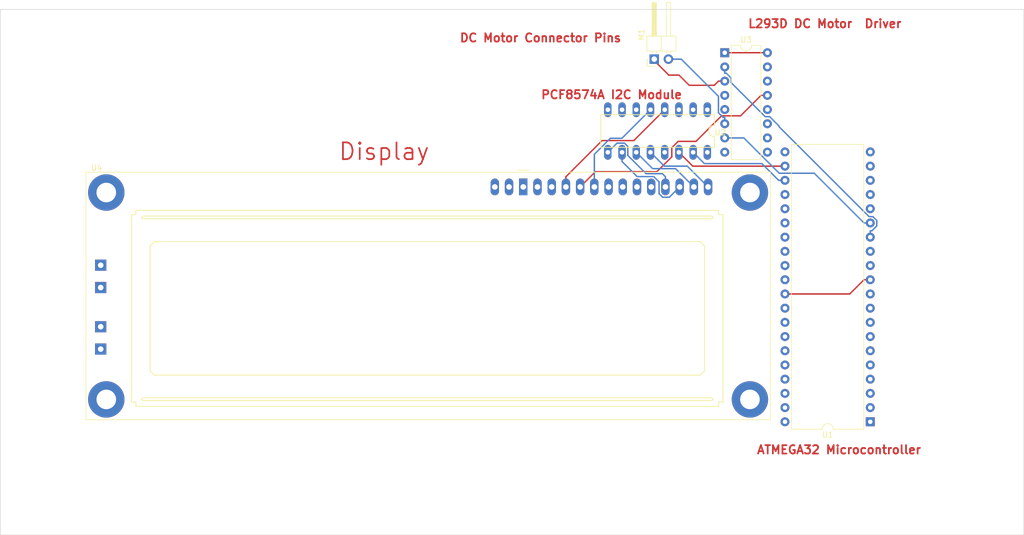
<source format=kicad_pcb>
(kicad_pcb (version 20211014) (generator pcbnew)
  (layers (0 "F.Cu" signal) (31 "B.Cu" signal) (34 "B.Paste" user) (35 "F.Paste" user) (36 "B.SilkS" user "B.Silkscreen") (37 "F.SilkS" user "F.Silkscreen") (38 "B.Mask" user) (39 "F.Mask" user) (44 "Edge.Cuts" user))
  (net 0 "")
  (net 10 "Net-(U1-Pad11)")
  (net 13 "Net-(U1-Pad14)")
  (net 20 "Net-(U1-Pad22)")
  (net 21 "Net-(U1-Pad23)")
  (net 39 "Net-(U2-Pad4)")
  (net 41 "Net-(U2-Pad5)")
  (net 42 "Net-(U2-Pad9)")
  (net 43 "Net-(U2-Pad10)")
  (net 44 "Net-(U2-Pad11)")
  (net 45 "Net-(U2-Pad12)")
  (net 48 "+5V")
  (net 51 "+12V")
  (net 56 "GND")
  (net 75 "Net-(U3-Pad7)")
  (net 76 "Net-(U3-Pad3)")
  (net 77 "Net-(U3-Pad6)")
  (footprint "Package_DIP:DIP-16_W7.62mm" (layer "F.Cu") (at 165 56)
    (fp_text reference "U3" (at 3.81 -2.33) (layer "F.SilkS"))
    (fp_text value "L293D")
    (fp_line (start 2.81 -1.33) (end 1.16 -1.33) (layer "F.SilkS") (width 0.12))
    (fp_line (start 1.16 19.11) (end 6.46 19.11) (layer "F.SilkS") (width 0.12))
    (fp_line (start 6.46 -1.33) (end 4.81 -1.33) (layer "F.SilkS") (width 0.12))
    (fp_line (start 6.46 19.11) (end 6.46 -1.33) (layer "F.SilkS") (width 0.12))
    (fp_line (start 1.16 -1.33) (end 1.16 19.11) (layer "F.SilkS") (width 0.12))
    (fp_arc (start 4.81 -1.33) (mid 3.81 -0.33) (end 2.81 -1.33) (layer "F.SilkS") (width 0.12))
    (pad "1" thru_hole rect (at 0 0) (size 1.6 1.6) (drill 0.8) (layers *.Cu *.Mask) (net 48 "+5V"))
    (pad "2" thru_hole oval (at 0 2.54) (size 1.6 1.6) (drill 0.8) (layers *.Cu *.Mask) (net 13 "Net-(U1-Pad14)"))
    (pad "3" thru_hole oval (at 0 5.08) (size 1.6 1.6) (drill 0.8) (layers *.Cu *.Mask) (net 76 "Net-(U3-Pad3)"))
    (pad "4" thru_hole oval (at 0 7.62) (size 1.6 1.6) (drill 0.8) (layers *.Cu *.Mask))
    (pad "5" thru_hole oval (at 0 10.16) (size 1.6 1.6) (drill 0.8) (layers *.Cu *.Mask))
    (pad "6" thru_hole oval (at 0 12.7) (size 1.6 1.6) (drill 0.8) (layers *.Cu *.Mask) (net 77 "Net-(U3-Pad6)"))
    (pad "7" thru_hole oval (at 0 15.24) (size 1.6 1.6) (drill 0.8) (layers *.Cu *.Mask) (net 75 "Net-(U3-Pad7)"))
    (pad "8" thru_hole oval (at 0 17.78) (size 1.6 1.6) (drill 0.8) (layers *.Cu *.Mask) (net 51 "+12V"))
    (pad "9" thru_hole oval (at 7.62 17.78) (size 1.6 1.6) (drill 0.8) (layers *.Cu *.Mask))
    (pad "10" thru_hole oval (at 7.62 15.24) (size 1.6 1.6) (drill 0.8) (layers *.Cu *.Mask))
    (pad "11" thru_hole oval (at 7.62 12.7) (size 1.6 1.6) (drill 0.8) (layers *.Cu *.Mask))
    (pad "12" thru_hole oval (at 7.62 10.16) (size 1.6 1.6) (drill 0.8) (layers *.Cu *.Mask))
    (pad "13" thru_hole oval (at 7.62 7.62) (size 1.6 1.6) (drill 0.8) (layers *.Cu *.Mask) (net 56 "GND"))
    (pad "14" thru_hole oval (at 7.62 5.08) (size 1.6 1.6) (drill 0.8) (layers *.Cu *.Mask))
    (pad "15" thru_hole oval (at 7.62 2.54) (size 1.6 1.6) (drill 0.8) (layers *.Cu *.Mask))
    (pad "16" thru_hole oval (at 7.62 0) (size 1.6 1.6) (drill 0.8) (layers *.Cu *.Mask) (net 48 "+5V"))
  )
  (footprint "Connector_PinHeader_2.54mm:PinHeader_1x02_P2.54mm_Horizontal" (layer "F.Cu") (at 152.4 57.145 90)
    (fp_text reference "M1" (at 4.385 -2.27 90) (layer "F.SilkS"))
    (fp_text value "Motor_DC")
    (fp_line (start 4.1 2.16) (end 10.1 2.16) (layer "F.SilkS") (width 0.12))
    (fp_line (start 1.042929 2.16) (end 1.44 2.16) (layer "F.SilkS") (width 0.12))
    (fp_line (start 4.1 0.04) (end 10.1 0.04) (layer "F.SilkS") (width 0.12))
    (fp_line (start 4.1 -0.08) (end 10.1 -0.08) (layer "F.SilkS") (width 0.12))
    (fp_line (start 1.042929 2.92) (end 1.44 2.92) (layer "F.SilkS") (width 0.12))
    (fp_line (start 1.44 3.87) (end 4.1 3.87) (layer "F.SilkS") (width 0.12))
    (fp_line (start 4.1 -0.38) (end 10.1 -0.38) (layer "F.SilkS") (width 0.12))
    (fp_line (start 4.1 -0.32) (end 10.1 -0.32) (layer "F.SilkS") (width 0.12))
    (fp_line (start -1.27 -1.27) (end 0 -1.27) (layer "F.SilkS") (width 0.12))
    (fp_line (start 10.1 2.16) (end 10.1 2.92) (layer "F.SilkS") (width 0.12))
    (fp_line (start 4.1 0.16) (end 10.1 0.16) (layer "F.SilkS") (width 0.12))
    (fp_line (start 1.11 0.38) (end 1.44 0.38) (layer "F.SilkS") (width 0.12))
    (fp_line (start 10.1 0.38) (end 4.1 0.38) (layer "F.SilkS") (width 0.12))
    (fp_line (start -1.27 0) (end -1.27 -1.27) (layer "F.SilkS") (width 0.12))
    (fp_line (start 4.1 -0.2) (end 10.1 -0.2) (layer "F.SilkS") (width 0.12))
    (fp_line (start 4.1 -1.33) (end 1.44 -1.33) (layer "F.SilkS") (width 0.12))
    (fp_line (start 4.1 3.87) (end 4.1 -1.33) (layer "F.SilkS") (width 0.12))
    (fp_line (start 4.1 0.28) (end 10.1 0.28) (layer "F.SilkS") (width 0.12))
    (fp_line (start 10.1 2.92) (end 4.1 2.92) (layer "F.SilkS") (width 0.12))
    (fp_line (start 1.11 -0.38) (end 1.44 -0.38) (layer "F.SilkS") (width 0.12))
    (fp_line (start 10.1 -0.38) (end 10.1 0.38) (layer "F.SilkS") (width 0.12))
    (fp_line (start 1.44 -1.33) (end 1.44 3.87) (layer "F.SilkS") (width 0.12))
    (fp_line (start 1.44 1.27) (end 4.1 1.27) (layer "F.SilkS") (width 0.12))
    (pad "1" thru_hole rect (at 0 0 90) (size 1.7 1.7) (drill 1) (layers *.Cu *.Mask) (net 76 "Net-(U3-Pad3)"))
    (pad "2" thru_hole oval (at 0 2.54 90) (size 1.7 1.7) (drill 1) (layers *.Cu *.Mask) (net 77 "Net-(U3-Pad6)"))
  )
  (footprint "Display:LCD-016N002L" (layer "F.Cu") (at 129 80)
    (fp_text reference "U4" (at -76.21 -3.41 180) (layer "F.SilkS"))
    (fp_text value "LCD-016N002L")
    (fp_line (start 32.385 32.893) (end 31.623 33.655) (layer "F.SilkS") (width 0.15))
    (fp_line (start -68.199 5.461) (end -67.945 5.715) (layer "F.SilkS") (width 0.15))
    (fp_line (start -67.945 5.715) (end 33.655 5.715) (layer "F.SilkS") (width 0.15))
    (fp_line (start 44.14 -2.64) (end -78.14 -2.64) (layer "F.SilkS") (width 0.12))
    (fp_line (start 33.655 37.719) (end -67.945 37.719) (layer "F.SilkS") (width 0.15))
    (fp_line (start -65.913 33.655) (end -66.675 32.893) (layer "F.SilkS") (width 0.15))
    (fp_line (start -67.945 37.719) (end -68.199 37.973) (layer "F.SilkS") (width 0.15))
    (fp_line (start -1 -3) (end 1 -3) (layer "F.SilkS") (width 0.12))
    (fp_line (start -78.14 41.64) (end 44.14 41.64) (layer "F.SilkS") (width 0.12))
    (fp_line (start -67.945 5.207) (end -68.199 5.461) (layer "F.SilkS") (width 0.15))
    (fp_line (start 33.909 5.461) (end 33.655 5.715) (layer "F.SilkS") (width 0.15))
    (fp_line (start 34.925 4.953) (end 35.687 4.953) (layer "F.SilkS") (width 0.15))
    (fp_line (start -69.215 4.953) (end -69.977 4.953) (layer "F.SilkS") (width 0.15))
    (fp_line (start 35.687 38.481) (end 34.925 38.481) (layer "F.SilkS") (width 0.15))
    (fp_line (start -65.913 9.779) (end 31.623 9.779) (layer "F.SilkS") (width 0.15))
    (fp_line (start 44.14 -2.64) (end 44.14 41.64) (layer "F.SilkS") (width 0.12))
    (fp_line (start -66.675 10.541) (end -65.913 9.779) (layer "F.SilkS") (width 0.15))
    (fp_line (start 33.655 5.207) (end -67.945 5.207) (layer "F.SilkS") (width 0.15))
    (fp_line (start -69.215 38.481) (end -69.977 38.481) (layer "F.SilkS") (width 0.15))
    (fp_line (start 31.623 33.655) (end -65.913 33.655) (layer "F.SilkS") (width 0.15))
    (fp_line (start 33.655 5.207) (end 33.909 5.461) (layer "F.SilkS") (width 0.15))
    (fp_line (start -68.199 37.973) (end -67.945 38.227) (layer "F.SilkS") (width 0.15))
    (fp_line (start -69.215 4.191) (end -69.215 4.953) (layer "F.SilkS") (width 0.15))
    (fp_line (start -69.977 4.953) (end -69.977 38.481) (layer "F.SilkS") (width 0.15))
    (fp_line (start 32.385 10.541) (end 32.385 32.893) (layer "F.SilkS") (width 0.15))
    (fp_line (start -78.14 -2.64) (end -78.14 41.64) (layer "F.SilkS") (width 0.12))
    (fp_line (start 31.623 9.779) (end 32.385 10.541) (layer "F.SilkS") (width 0.15))
    (fp_line (start -69.215 39.243) (end -69.215 38.481) (layer "F.SilkS") (width 0.15))
    (fp_line (start 34.925 38.481) (end 34.925 39.243) (layer "F.SilkS") (width 0.15))
    (fp_line (start 34.925 4.191) (end -69.215 4.191) (layer "F.SilkS") (width 0.15))
    (fp_line (start -66.675 32.893) (end -66.675 10.541) (layer "F.SilkS") (width 0.15))
    (fp_line (start 35.687 38.481) (end 35.687 4.953) (layer "F.SilkS") (width 0.15))
    (fp_line (start 34.925 4.191) (end 34.925 4.953) (layer "F.SilkS") (width 0.15))
    (fp_line (start -67.945 38.227) (end 33.655 38.227) (layer "F.SilkS") (width 0.15))
    (fp_line (start 33.909 37.973) (end 33.655 37.719) (layer "F.SilkS") (width 0.15))
    (fp_line (start -69.215 39.243) (end 34.925 39.243) (layer "F.SilkS") (width 0.15))
    (fp_line (start 33.655 38.227) (end 33.909 37.973) (layer "F.SilkS") (width 0.15))
    (pad "" thru_hole circle (at -74.5 1 180) (size 6.5 6.5) (drill 3.5) (layers *.Cu *.Mask))
    (pad "" thru_hole circle (at 40.5 1 180) (size 6.5 6.5) (drill 3.5) (layers *.Cu *.Mask))
    (pad "" thru_hole circle (at -74.5 38 180) (size 6.5 6.5) (drill 3.5) (layers *.Cu *.Mask))
    (pad "" thru_hole circle (at 40.5 38 180) (size 6.5 6.5) (drill 3.5) (layers *.Cu *.Mask))
    (pad "1" thru_hole rect (at 0 0 180) (size 1.5 3) (drill 1) (layers *.Cu *.Mask))
    (pad "2" thru_hole oval (at 2.54 0 180) (size 1.5 3) (drill 1) (layers *.Cu *.Mask))
    (pad "3" thru_hole oval (at 5.08 0 180) (size 1.5 3) (drill 1) (layers *.Cu *.Mask))
    (pad "4" thru_hole oval (at 7.62 0 180) (size 1.5 3) (drill 1) (layers *.Cu *.Mask) (net 39 "Net-(U2-Pad4)"))
    (pad "5" thru_hole oval (at 10.16 0 180) (size 1.5 3) (drill 1) (layers *.Cu *.Mask) (net 56 "GND"))
    (pad "6" thru_hole oval (at 12.7 0 180) (size 1.5 3) (drill 1) (layers *.Cu *.Mask) (net 41 "Net-(U2-Pad5)"))
    (pad "7" thru_hole oval (at 15.24 0 180) (size 1.5 3) (drill 1) (layers *.Cu *.Mask))
    (pad "8" thru_hole oval (at 17.78 0 180) (size 1.5 3) (drill 1) (layers *.Cu *.Mask))
    (pad "9" thru_hole oval (at 20.32 0 180) (size 1.5 3) (drill 1) (layers *.Cu *.Mask))
    (pad "10" thru_hole oval (at 22.86 0 180) (size 1.5 3) (drill 1) (layers *.Cu *.Mask))
    (pad "11" thru_hole oval (at 25.4 0 180) (size 1.5 3) (drill 1) (layers *.Cu *.Mask) (net 42 "Net-(U2-Pad9)"))
    (pad "12" thru_hole oval (at 27.94 0 180) (size 1.5 3) (drill 1) (layers *.Cu *.Mask) (net 43 "Net-(U2-Pad10)"))
    (pad "13" thru_hole oval (at 30.48 0 180) (size 1.5 3) (drill 1) (layers *.Cu *.Mask) (net 44 "Net-(U2-Pad11)"))
    (pad "14" thru_hole oval (at 33.02 0 180) (size 1.5 3) (drill 1) (layers *.Cu *.Mask) (net 45 "Net-(U2-Pad12)"))
    (pad "15" thru_hole oval (at -2.54 0 180) (size 1.5 3) (drill 1) (layers *.Cu *.Mask))
    (pad "16" thru_hole oval (at -5.08 0 180) (size 1.5 3) (drill 1) (layers *.Cu *.Mask))
    (pad "A1" thru_hole rect (at -75.5 14 180) (size 2 2) (drill 1) (layers *.Cu *.Mask))
    (pad "A2" thru_hole rect (at -75.5 25 180) (size 2 2) (drill 1) (layers *.Cu *.Mask))
    (pad "K1" thru_hole rect (at -75.5 18 180) (size 2 2) (drill 1) (layers *.Cu *.Mask))
    (pad "K2" thru_hole rect (at -75.5 29 180) (size 2 2) (drill 1) (layers *.Cu *.Mask))
  )
  (footprint "Footprints:DIL16" (layer "F.Cu") (at 153 70 180)
    (fp_text reference "U2" (at -11.18904 -0.2543) (layer "F.SilkS") (effects (font (size 1.001165 1.001165))))
    (fp_text value "PCF8574A")
    (fp_line (start -10.16 -2.921) (end -10.16 -1.016) (layer "F.SilkS") (width 0.1524))
    (fp_line (start -10.16 2.921) (end 10.16 2.921) (layer "F.SilkS") (width 0.1524))
    (fp_line (start -10.16 2.921) (end -10.16 1.016) (layer "F.SilkS") (width 0.1524))
    (fp_line (start 10.16 -2.921) (end -10.16 -2.921) (layer "F.SilkS") (width 0.1524))
    (fp_line (start 10.16 -2.921) (end 10.16 2.921) (layer "F.SilkS") (width 0.1524))
    (fp_arc (start -10.16 -1.016) (mid -9.144 0) (end -10.16 1.016) (layer "F.SilkS") (width 0.1524))
    (pad "1" thru_hole oval locked (at -8.89 3.81 180) (size 1.3208 2.6416) (drill 0.8128) (layers *.Cu *.Mask))
    (pad "2" thru_hole oval locked (at -6.35 3.81 180) (size 1.3208 2.6416) (drill 0.8128) (layers *.Cu *.Mask))
    (pad "3" thru_hole oval locked (at -3.81 3.81 180) (size 1.3208 2.6416) (drill 0.8128) (layers *.Cu *.Mask))
    (pad "4" thru_hole oval locked (at -1.27 3.81 180) (size 1.3208 2.6416) (drill 0.8128) (layers *.Cu *.Mask) (net 39 "Net-(U2-Pad4)"))
    (pad "5" thru_hole oval locked (at 1.27 3.81 180) (size 1.3208 2.6416) (drill 0.8128) (layers *.Cu *.Mask) (net 41 "Net-(U2-Pad5)"))
    (pad "6" thru_hole oval locked (at 3.81 3.81 180) (size 1.3208 2.6416) (drill 0.8128) (layers *.Cu *.Mask))
    (pad "7" thru_hole oval locked (at 6.35 3.81 180) (size 1.3208 2.6416) (drill 0.8128) (layers *.Cu *.Mask))
    (pad "8" thru_hole oval locked (at 8.89 3.81 180) (size 1.3208 2.6416) (drill 0.8128) (layers *.Cu *.Mask))
    (pad "9" thru_hole oval locked (at 8.89 -3.81 180) (size 1.3208 2.6416) (drill 0.8128) (layers *.Cu *.Mask) (net 42 "Net-(U2-Pad9)"))
    (pad "10" thru_hole oval locked (at 6.35 -3.81 180) (size 1.3208 2.6416) (drill 0.8128) (layers *.Cu *.Mask) (net 43 "Net-(U2-Pad10)"))
    (pad "11" thru_hole oval locked (at 3.81 -3.81 180) (size 1.3208 2.6416) (drill 0.8128) (layers *.Cu *.Mask) (net 44 "Net-(U2-Pad11)"))
    (pad "12" thru_hole oval locked (at 1.27 -3.81 180) (size 1.3208 2.6416) (drill 0.8128) (layers *.Cu *.Mask) (net 45 "Net-(U2-Pad12)"))
    (pad "13" thru_hole oval locked (at -1.27 -3.81 180) (size 1.3208 2.6416) (drill 0.8128) (layers *.Cu *.Mask))
    (pad "14" thru_hole oval locked (at -3.81 -3.81 180) (size 1.3208 2.6416) (drill 0.8128) (layers *.Cu *.Mask) (net 20 "Net-(U1-Pad22)"))
    (pad "15" thru_hole oval locked (at -6.35 -3.81 180) (size 1.3208 2.6416) (drill 0.8128) (layers *.Cu *.Mask) (net 21 "Net-(U1-Pad23)"))
    (pad "16" thru_hole oval locked (at -8.89 -3.81 180) (size 1.3208 2.6416) (drill 0.8128) (layers *.Cu *.Mask))
  )
  (footprint "Package_DIP:DIP-40_W15.24mm" (layer "F.Cu") (at 191 122 180)
    (fp_text reference "U1" (at 7.62 -2.33) (layer "F.SilkS"))
    (fp_text value "ATmega32L-8P")
    (fp_line (start 1.16 49.59) (end 14.08 49.59) (layer "F.SilkS") (width 0.12))
    (fp_line (start 14.08 -1.33) (end 8.62 -1.33) (layer "F.SilkS") (width 0.12))
    (fp_line (start 14.08 49.59) (end 14.08 -1.33) (layer "F.SilkS") (width 0.12))
    (fp_line (start 6.62 -1.33) (end 1.16 -1.33) (layer "F.SilkS") (width 0.12))
    (fp_line (start 1.16 -1.33) (end 1.16 49.59) (layer "F.SilkS") (width 0.12))
    (fp_arc (start 8.62 -1.33) (mid 7.62 -0.33) (end 6.62 -1.33) (layer "F.SilkS") (width 0.12))
    (pad "1" thru_hole rect (at 0 0 180) (size 1.6 1.6) (drill 0.8) (layers *.Cu *.Mask))
    (pad "2" thru_hole oval (at 0 2.54 180) (size 1.6 1.6) (drill 0.8) (layers *.Cu *.Mask))
    (pad "3" thru_hole oval (at 0 5.08 180) (size 1.6 1.6) (drill 0.8) (layers *.Cu *.Mask))
    (pad "4" thru_hole oval (at 0 7.62 180) (size 1.6 1.6) (drill 0.8) (layers *.Cu *.Mask))
    (pad "5" thru_hole oval (at 0 10.16 180) (size 1.6 1.6) (drill 0.8) (layers *.Cu *.Mask))
    (pad "6" thru_hole oval (at 0 12.7 180) (size 1.6 1.6) (drill 0.8) (layers *.Cu *.Mask))
    (pad "7" thru_hole oval (at 0 15.24 180) (size 1.6 1.6) (drill 0.8) (layers *.Cu *.Mask))
    (pad "8" thru_hole oval (at 0 17.78 180) (size 1.6 1.6) (drill 0.8) (layers *.Cu *.Mask))
    (pad "9" thru_hole oval (at 0 20.32 180) (size 1.6 1.6) (drill 0.8) (layers *.Cu *.Mask))
    (pad "10" thru_hole oval (at 0 22.86 180) (size 1.6 1.6) (drill 0.8) (layers *.Cu *.Mask))
    (pad "11" thru_hole oval (at 0 25.4 180) (size 1.6 1.6) (drill 0.8) (layers *.Cu *.Mask) (net 10 "Net-(U1-Pad11)"))
    (pad "12" thru_hole oval (at 0 27.94 180) (size 1.6 1.6) (drill 0.8) (layers *.Cu *.Mask))
    (pad "13" thru_hole oval (at 0 30.48 180) (size 1.6 1.6) (drill 0.8) (layers *.Cu *.Mask))
    (pad "14" thru_hole oval (at 0 33.02 180) (size 1.6 1.6) (drill 0.8) (layers *.Cu *.Mask) (net 13 "Net-(U1-Pad14)"))
    (pad "15" thru_hole oval (at 0 35.56 180) (size 1.6 1.6) (drill 0.8) (layers *.Cu *.Mask) (net 75 "Net-(U3-Pad7)"))
    (pad "16" thru_hole oval (at 0 38.1 180) (size 1.6 1.6) (drill 0.8) (layers *.Cu *.Mask))
    (pad "17" thru_hole oval (at 0 40.64 180) (size 1.6 1.6) (drill 0.8) (layers *.Cu *.Mask))
    (pad "18" thru_hole oval (at 0 43.18 180) (size 1.6 1.6) (drill 0.8) (layers *.Cu *.Mask))
    (pad "19" thru_hole oval (at 0 45.72 180) (size 1.6 1.6) (drill 0.8) (layers *.Cu *.Mask))
    (pad "20" thru_hole oval (at 0 48.26 180) (size 1.6 1.6) (drill 0.8) (layers *.Cu *.Mask))
    (pad "21" thru_hole oval (at 15.24 48.26 180) (size 1.6 1.6) (drill 0.8) (layers *.Cu *.Mask))
    (pad "22" thru_hole oval (at 15.24 45.72 180) (size 1.6 1.6) (drill 0.8) (layers *.Cu *.Mask) (net 20 "Net-(U1-Pad22)"))
    (pad "23" thru_hole oval (at 15.24 43.18 180) (size 1.6 1.6) (drill 0.8) (layers *.Cu *.Mask) (net 21 "Net-(U1-Pad23)"))
    (pad "24" thru_hole oval (at 15.24 40.64 180) (size 1.6 1.6) (drill 0.8) (layers *.Cu *.Mask))
    (pad "25" thru_hole oval (at 15.24 38.1 180) (size 1.6 1.6) (drill 0.8) (layers *.Cu *.Mask))
    (pad "26" thru_hole oval (at 15.24 35.56 180) (size 1.6 1.6) (drill 0.8) (layers *.Cu *.Mask))
    (pad "27" thru_hole oval (at 15.24 33.02 180) (size 1.6 1.6) (drill 0.8) (layers *.Cu *.Mask))
    (pad "28" thru_hole oval (at 15.24 30.48 180) (size 1.6 1.6) (drill 0.8) (layers *.Cu *.Mask))
    (pad "29" thru_hole oval (at 15.24 27.94 180) (size 1.6 1.6) (drill 0.8) (layers *.Cu *.Mask))
    (pad "30" thru_hole oval (at 15.24 25.4 180) (size 1.6 1.6) (drill 0.8) (layers *.Cu *.Mask))
    (pad "31" thru_hole oval (at 15.24 22.86 180) (size 1.6 1.6) (drill 0.8) (layers *.Cu *.Mask) (net 10 "Net-(U1-Pad11)"))
    (pad "32" thru_hole oval (at 15.24 20.32 180) (size 1.6 1.6) (drill 0.8) (layers *.Cu *.Mask))
    (pad "33" thru_hole oval (at 15.24 17.78 180) (size 1.6 1.6) (drill 0.8) (layers *.Cu *.Mask))
    (pad "34" thru_hole oval (at 15.24 15.24 180) (size 1.6 1.6) (drill 0.8) (layers *.Cu *.Mask))
    (pad "35" thru_hole oval (at 15.24 12.7 180) (size 1.6 1.6) (drill 0.8) (layers *.Cu *.Mask))
    (pad "36" thru_hole oval (at 15.24 10.16 180) (size 1.6 1.6) (drill 0.8) (layers *.Cu *.Mask))
    (pad "37" thru_hole oval (at 15.24 7.62 180) (size 1.6 1.6) (drill 0.8) (layers *.Cu *.Mask))
    (pad "38" thru_hole oval (at 15.24 5.08 180) (size 1.6 1.6) (drill 0.8) (layers *.Cu *.Mask))
    (pad "39" thru_hole oval (at 15.24 2.54 180) (size 1.6 1.6) (drill 0.8) (layers *.Cu *.Mask))
    (pad "40" thru_hole oval (at 15.24 0 180) (size 1.6 1.6) (drill 0.8) (layers *.Cu *.Mask))
  )
  (gr_rect (start 35.56 48.26) (end 218.44 142.24) (layer "Edge.Cuts") (width 0.1) (fill none))
  (gr_text "L293D DC Motor  Driver\n" (at 182.88 50.8) (layer "F.Cu") (effects (font (size 1.5 1.5) (thickness 0.3))))
  (gr_text "PCF8574A I2C Module" (at 144.78 63.5) (layer "F.Cu") (effects (font (size 1.5 1.5) (thickness 0.3))))
  (gr_text "DC Motor Connector Pins\n" (at 132.08 53.34) (layer "F.Cu") (effects (font (size 1.5 1.5) (thickness 0.3))))
  (gr_text "ATMEGA32 Microcontroller\n" (at 185.42 127) (layer "F.Cu") (effects (font (size 1.5 1.5) (thickness 0.3))))
  (gr_text "Display" (at 104.14 73.66) (layer "F.Cu") (effects (font (size 3 3) (thickness 0.3))))
  (segment (start 187.3347 99.14) (end 175.76 99.14) (width 0.25) (layer "F.Cu") (net 10))
  (segment (start 191 96.6) (end 189.8747 96.6) (width 0.25) (layer "F.Cu") (net 10))
  (segment (start 189.8747 96.6) (end 187.3347 99.14) (width 0.25) (layer "F.Cu") (net 10))
  (segment (start 191 88.98) (end 191 87.8547) (width 0.25) (layer "B.Cu") (net 13))
  (segment (start 166.1253 60.5092) (end 165.2814 59.6653) (width 0.25) (layer "B.Cu") (net 13))
  (segment (start 166.1253 61.3372) (end 166.1253 60.5092) (width 0.25) (layer "B.Cu") (net 13))
  (segment (start 192.1597 86.0007) (end 191.4736 85.3146) (width 0.25) (layer "B.Cu") (net 13))
  (segment (start 192.1597 86.9763) (end 192.1597 86.0007) (width 0.25) (layer "B.Cu") (net 13))
  (segment (start 190.7887 85.3146) (end 174.729 69.2549) (width 0.25) (layer "B.Cu") (net 13))
  (segment (start 172.2181 67.43) (end 166.1253 61.3372) (width 0.25) (layer "B.Cu") (net 13))
  (segment (start 173.0183 67.43) (end 172.2181 67.43) (width 0.25) (layer "B.Cu") (net 13))
  (segment (start 174.729 69.2549) (end 174.729 69.1407) (width 0.25) (layer "B.Cu") (net 13))
  (segment (start 191.2813 87.8547) (end 192.1597 86.9763) (width 0.25) (layer "B.Cu") (net 13))
  (segment (start 191.4736 85.3146) (end 190.7887 85.3146) (width 0.25) (layer "B.Cu") (net 13))
  (segment (start 165.2814 59.6653) (end 165 59.6653) (width 0.25) (layer "B.Cu") (net 13))
  (segment (start 174.729 69.1407) (end 173.0183 67.43) (width 0.25) (layer "B.Cu") (net 13))
  (segment (start 165 58.54) (end 165 59.6653) (width 0.25) (layer "B.Cu") (net 13))
  (segment (start 191 87.8547) (end 191.2813 87.8547) (width 0.25) (layer "B.Cu") (net 13))
  (segment (start 175.76 76.28) (end 159.28 76.28) (width 0.25) (layer "F.Cu") (net 20))
  (segment (start 159.28 76.28) (end 156.81 73.81) (width 0.25) (layer "F.Cu") (net 20))
  (segment (start 175.76 78.82) (end 174.6347 78.82) (width 0.25) (layer "B.Cu") (net 21))
  (segment (start 159.35 73.81) (end 161.3712 75.8312) (width 0.25) (layer "B.Cu") (net 21))
  (segment (start 161.3712 75.8312) (end 171.6459 75.8312) (width 0.25) (layer "B.Cu") (net 21))
  (segment (start 171.6459 75.8312) (end 174.6347 78.82) (width 0.25) (layer "B.Cu") (net 21))
  (segment (start 143.0849 71.7098) (end 136.62 78.1747) (width 0.25) (layer "F.Cu") (net 39))
  (segment (start 154.27 66.19) (end 148.7502 71.7098) (width 0.25) (layer "F.Cu") (net 39))
  (segment (start 136.62 80) (end 136.62 78.1747) (width 0.25) (layer "F.Cu") (net 39))
  (segment (start 148.7502 71.7098) (end 143.0849 71.7098) (width 0.25) (layer "F.Cu") (net 39))
  (segment (start 151.73 66.19) (end 146.6189 71.3011) (width 0.25) (layer "B.Cu") (net 41))
  (segment (start 144.5627 71.3011) (end 141.7 74.1638) (width 0.25) (layer "B.Cu") (net 41))
  (segment (start 141.7 74.1638) (end 141.7 80) (width 0.25) (layer "B.Cu") (net 41))
  (segment (start 146.6189 71.3011) (end 144.5627 71.3011) (width 0.25) (layer "B.Cu") (net 41))
  (segment (start 154.4 78.1747) (end 153.858 77.6327) (width 0.25) (layer "B.Cu") (net 42))
  (segment (start 153.858 77.6327) (end 150.9462 77.6327) (width 0.25) (layer "B.Cu") (net 42))
  (segment (start 145.7563 72.1637) (end 144.11 73.81) (width 0.25) (layer "B.Cu") (net 42))
  (segment (start 154.4 80) (end 154.4 78.1747) (width 0.25) (layer "B.Cu") (net 42))
  (segment (start 147.6771 74.3636) (end 147.6771 72.7646) (width 0.25) (layer "B.Cu") (net 42))
  (segment (start 147.6771 72.7646) (end 147.0762 72.1637) (width 0.25) (layer "B.Cu") (net 42))
  (segment (start 150.9462 77.6327) (end 147.6771 74.3636) (width 0.25) (layer "B.Cu") (net 42))
  (segment (start 147.0762 72.1637) (end 145.7563 72.1637) (width 0.25) (layer "B.Cu") (net 42))
  (segment (start 153.2647 81.199) (end 153.2647 79.1034) (width 0.25) (layer "B.Cu") (net 43))
  (segment (start 152.3102 78.1489) (end 149.3428 78.1489) (width 0.25) (layer "B.Cu") (net 43))
  (segment (start 155.1035 81.8365) (end 153.9022 81.8365) (width 0.25) (layer "B.Cu") (net 43))
  (segment (start 146.65 73.81) (end 146.65 75.4561) (width 0.25) (layer "B.Cu") (net 43))
  (segment (start 149.3428 78.1489) (end 146.65 75.4561) (width 0.25) (layer "B.Cu") (net 43))
  (segment (start 153.9022 81.8365) (end 153.2647 81.199) (width 0.25) (layer "B.Cu") (net 43))
  (segment (start 153.2647 79.1034) (end 152.3102 78.1489) (width 0.25) (layer "B.Cu") (net 43))
  (segment (start 156.94 80) (end 155.1035 81.8365) (width 0.25) (layer "B.Cu") (net 43))
  (segment (start 159.48 80) (end 156.212 76.732) (width 0.25) (layer "B.Cu") (net 44))
  (segment (start 156.212 76.732) (end 152.112 76.732) (width 0.25) (layer "B.Cu") (net 44))
  (segment (start 152.112 76.732) (end 149.19 73.81) (width 0.25) (layer "B.Cu") (net 44))
  (segment (start 158.3016 76.2816) (end 154.2016 76.2816) (width 0.25) (layer "B.Cu") (net 45))
  (segment (start 162.02 80) (end 158.3016 76.2816) (width 0.25) (layer "B.Cu") (net 45))
  (segment (start 154.2016 76.2816) (end 151.73 73.81) (width 0.25) (layer "B.Cu") (net 45))
  (segment (start 172.62 56) (end 165 56) (width 0.25) (layer "F.Cu") (net 48))
  (segment (start 156.6812 71.8488) (end 155.54 72.99) (width 0.25) (layer "F.Cu") (net 56))
  (segment (start 141.8822 77.2778) (end 139.16 80) (width 0.25) (layer "F.Cu") (net 56))
  (segment (start 172.62 63.62) (end 171.4947 63.62) (width 0.25) (layer "F.Cu") (net 56))
  (segment (start 155.54 74.6085) (end 152.8707 77.2778) (width 0.25) (layer "F.Cu") (net 56))
  (segment (start 164.4254 67.2854) (end 159.862 71.8488) (width 0.25) (layer "F.Cu") (net 56))
  (segment (start 155.54 72.99) (end 155.54 74.6085) (width 0.25) (layer "F.Cu") (net 56))
  (segment (start 171.4947 63.62) (end 167.8293 67.2854) (width 0.25) (layer "F.Cu") (net 56))
  (segment (start 159.862 71.8488) (end 156.6812 71.8488) (width 0.25) (layer "F.Cu") (net 56))
  (segment (start 152.8707 77.2778) (end 141.8822 77.2778) (width 0.25) (layer "F.Cu") (net 56))
  (segment (start 167.8293 67.2854) (end 164.4254 67.2854) (width 0.25) (layer "F.Cu") (net 56))
  (segment (start 168.4149 71.24) (end 165 71.24) (width 0.25) (layer "B.Cu") (net 75))
  (segment (start 180.9847 77.55) (end 174.7249 77.55) (width 0.25) (layer "B.Cu") (net 75))
  (segment (start 191 86.44) (end 189.8747 86.44) (width 0.25) (layer "B.Cu") (net 75))
  (segment (start 189.8747 86.44) (end 180.9847 77.55) (width 0.25) (layer "B.Cu") (net 75))
  (segment (start 174.7249 77.55) (end 168.4149 71.24) (width 0.25) (layer "B.Cu") (net 75))
  (segment (start 163.1294 61.8253) (end 158.6506 61.8253) (width 0.25) (layer "F.Cu") (net 76))
  (segment (start 152.4 57.4) (end 152.4 57.145) (width 0.25) (layer "F.Cu") (net 76))
  (segment (start 158.6506 61.8253) (end 156.8253 60) (width 0.25) (layer "F.Cu") (net 76))
  (segment (start 155 60) (end 152.4 57.4) (width 0.25) (layer "F.Cu") (net 76))
  (segment (start 163.8747 61.08) (end 163.1294 61.8253) (width 0.25) (layer "F.Cu") (net 76))
  (segment (start 155 60) (end 156.8253 60) (width 0.25) (layer "F.Cu") (net 76))
  (segment (start 165 61.08) (end 163.8747 61.08) (width 0.25) (layer "F.Cu") (net 76))
  (segment (start 164.7186 67.5747) (end 163.8747 66.7308) (width 0.25) (layer "B.Cu") (net 77))
  (segment (start 163.8747 63.7947) (end 157.225 57.145) (width 0.25) (layer "B.Cu") (net 77))
  (segment (start 165 68.7) (end 165 67.5747) (width 0.25) (layer "B.Cu") (net 77))
  (segment (start 165 67.5747) (end 164.7186 67.5747) (width 0.25) (layer "B.Cu") (net 77))
  (segment (start 163.8747 66.7308) (end 163.8747 63.7947) (width 0.25) (layer "B.Cu") (net 77))
  (segment (start 157.225 57.145) (end 154.94 57.145) (width 0.25) (layer "B.Cu") (net 77))
)
</source>
